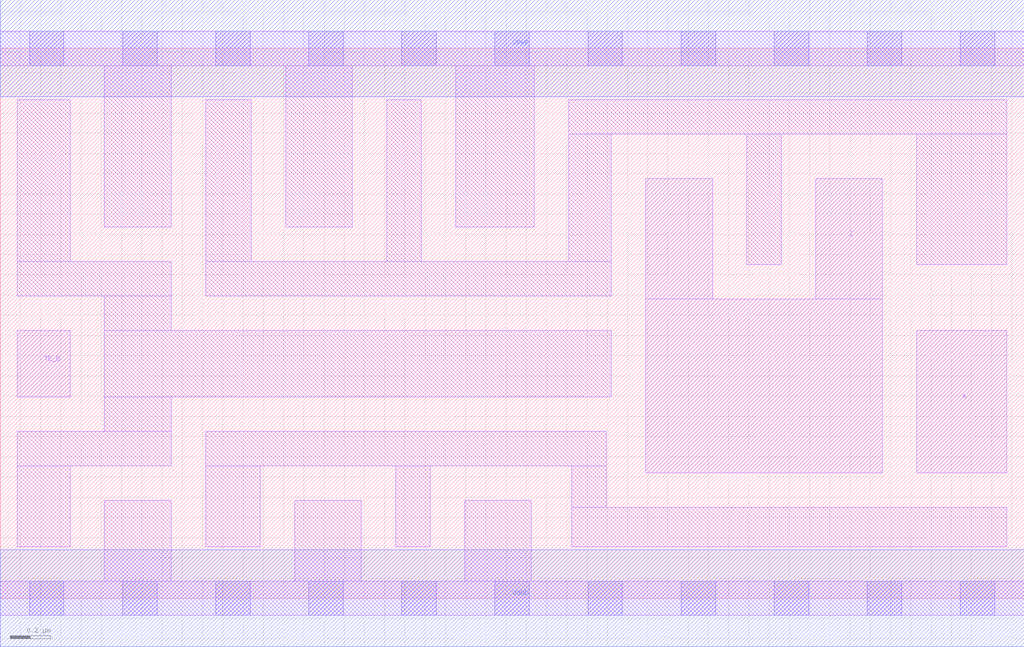
<source format=lef>
# Copyright 2020 The SkyWater PDK Authors
#
# Licensed under the Apache License, Version 2.0 (the "License");
# you may not use this file except in compliance with the License.
# You may obtain a copy of the License at
#
#     https://www.apache.org/licenses/LICENSE-2.0
#
# Unless required by applicable law or agreed to in writing, software
# distributed under the License is distributed on an "AS IS" BASIS,
# WITHOUT WARRANTIES OR CONDITIONS OF ANY KIND, either express or implied.
# See the License for the specific language governing permissions and
# limitations under the License.
#
# SPDX-License-Identifier: Apache-2.0

VERSION 5.7 ;
  NAMESCASESENSITIVE ON ;
  NOWIREEXTENSIONATPIN ON ;
  DIVIDERCHAR "/" ;
  BUSBITCHARS "[]" ;
UNITS
  DATABASE MICRONS 200 ;
END UNITS
MACRO sky130_fd_sc_hd__einvn_4
  CLASS CORE ;
  FOREIGN sky130_fd_sc_hd__einvn_4 ;
  ORIGIN  0.000000  0.000000 ;
  SIZE  5.060000 BY  2.720000 ;
  SYMMETRY X Y R90 ;
  SITE unithd ;
  PIN A
    ANTENNAGATEAREA  0.990000 ;
    DIRECTION INPUT ;
    USE SIGNAL ;
    PORT
      LAYER li1 ;
        RECT 4.530000 0.620000 4.975000 1.325000 ;
    END
  END A
  PIN TE_B
    ANTENNAGATEAREA  0.811500 ;
    DIRECTION INPUT ;
    USE SIGNAL ;
    PORT
      LAYER li1 ;
        RECT 0.085000 0.995000 0.345000 1.325000 ;
    END
  END TE_B
  PIN Z
    ANTENNADIFFAREA  0.891000 ;
    DIRECTION OUTPUT ;
    USE SIGNAL ;
    PORT
      LAYER li1 ;
        RECT 3.190000 0.620000 4.360000 1.480000 ;
        RECT 3.190000 1.480000 3.520000 2.075000 ;
        RECT 4.030000 1.480000 4.360000 2.075000 ;
    END
  END Z
  PIN VGND
    DIRECTION INOUT ;
    SHAPE ABUTMENT ;
    USE GROUND ;
    PORT
      LAYER met1 ;
        RECT 0.000000 -0.240000 5.060000 0.240000 ;
    END
  END VGND
  PIN VPWR
    DIRECTION INOUT ;
    SHAPE ABUTMENT ;
    USE POWER ;
    PORT
      LAYER met1 ;
        RECT 0.000000 2.480000 5.060000 2.960000 ;
    END
  END VPWR
  OBS
    LAYER li1 ;
      RECT 0.000000 -0.085000 5.060000 0.085000 ;
      RECT 0.000000  2.635000 5.060000 2.805000 ;
      RECT 0.085000  0.255000 0.345000 0.655000 ;
      RECT 0.085000  0.655000 0.845000 0.825000 ;
      RECT 0.085000  1.495000 0.845000 1.665000 ;
      RECT 0.085000  1.665000 0.345000 2.465000 ;
      RECT 0.515000  0.085000 0.845000 0.485000 ;
      RECT 0.515000  0.825000 0.845000 0.995000 ;
      RECT 0.515000  0.995000 3.020000 1.325000 ;
      RECT 0.515000  1.325000 0.845000 1.495000 ;
      RECT 0.515000  1.835000 0.845000 2.635000 ;
      RECT 1.015000  0.255000 1.285000 0.655000 ;
      RECT 1.015000  0.655000 2.995000 0.825000 ;
      RECT 1.015000  1.495000 3.020000 1.665000 ;
      RECT 1.015000  1.665000 1.240000 2.465000 ;
      RECT 1.410000  1.835000 1.740000 2.635000 ;
      RECT 1.455000  0.085000 1.785000 0.485000 ;
      RECT 1.910000  1.665000 2.080000 2.465000 ;
      RECT 1.955000  0.255000 2.125000 0.655000 ;
      RECT 2.250000  1.835000 2.640000 2.635000 ;
      RECT 2.295000  0.085000 2.625000 0.485000 ;
      RECT 2.810000  1.665000 3.020000 2.295000 ;
      RECT 2.810000  2.295000 4.975000 2.465000 ;
      RECT 2.825000  0.255000 4.975000 0.450000 ;
      RECT 2.825000  0.450000 2.995000 0.655000 ;
      RECT 3.690000  1.650000 3.860000 2.295000 ;
      RECT 4.530000  1.650000 4.975000 2.295000 ;
    LAYER mcon ;
      RECT 0.145000 -0.085000 0.315000 0.085000 ;
      RECT 0.145000  2.635000 0.315000 2.805000 ;
      RECT 0.605000 -0.085000 0.775000 0.085000 ;
      RECT 0.605000  2.635000 0.775000 2.805000 ;
      RECT 1.065000 -0.085000 1.235000 0.085000 ;
      RECT 1.065000  2.635000 1.235000 2.805000 ;
      RECT 1.525000 -0.085000 1.695000 0.085000 ;
      RECT 1.525000  2.635000 1.695000 2.805000 ;
      RECT 1.985000 -0.085000 2.155000 0.085000 ;
      RECT 1.985000  2.635000 2.155000 2.805000 ;
      RECT 2.445000 -0.085000 2.615000 0.085000 ;
      RECT 2.445000  2.635000 2.615000 2.805000 ;
      RECT 2.905000 -0.085000 3.075000 0.085000 ;
      RECT 2.905000  2.635000 3.075000 2.805000 ;
      RECT 3.365000 -0.085000 3.535000 0.085000 ;
      RECT 3.365000  2.635000 3.535000 2.805000 ;
      RECT 3.825000 -0.085000 3.995000 0.085000 ;
      RECT 3.825000  2.635000 3.995000 2.805000 ;
      RECT 4.285000 -0.085000 4.455000 0.085000 ;
      RECT 4.285000  2.635000 4.455000 2.805000 ;
      RECT 4.745000 -0.085000 4.915000 0.085000 ;
      RECT 4.745000  2.635000 4.915000 2.805000 ;
  END
END sky130_fd_sc_hd__einvn_4
END LIBRARY

</source>
